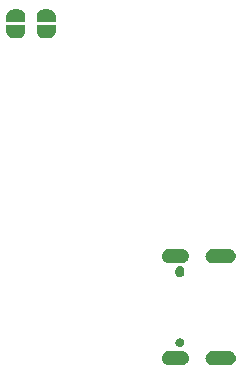
<source format=gbr>
G04 #@! TF.GenerationSoftware,KiCad,Pcbnew,(5.1.5-0-10_14)*
G04 #@! TF.CreationDate,2020-09-25T15:56:19+02:00*
G04 #@! TF.ProjectId,s1-popout-board,73312d70-6f70-46f7-9574-2d626f617264,2*
G04 #@! TF.SameCoordinates,Original*
G04 #@! TF.FileFunction,Soldermask,Bot*
G04 #@! TF.FilePolarity,Negative*
%FSLAX46Y46*%
G04 Gerber Fmt 4.6, Leading zero omitted, Abs format (unit mm)*
G04 Created by KiCad (PCBNEW (5.1.5-0-10_14)) date 2020-09-25 15:56:19*
%MOMM*%
%LPD*%
G04 APERTURE LIST*
%ADD10C,0.100000*%
G04 APERTURE END LIST*
D10*
G36*
X117369305Y-81750103D02*
G01*
X117454403Y-81775918D01*
X117487872Y-81786070D01*
X117487874Y-81786071D01*
X117597143Y-81844476D01*
X117692922Y-81923080D01*
X117771526Y-82018859D01*
X117829931Y-82128128D01*
X117865899Y-82246697D01*
X117878043Y-82370002D01*
X117865899Y-82493307D01*
X117829931Y-82611876D01*
X117771526Y-82721145D01*
X117692922Y-82816924D01*
X117597143Y-82895528D01*
X117487874Y-82953933D01*
X117487872Y-82953934D01*
X117454403Y-82964086D01*
X117369305Y-82989901D01*
X117276899Y-82999002D01*
X115915101Y-82999002D01*
X115822695Y-82989901D01*
X115737597Y-82964086D01*
X115704128Y-82953934D01*
X115704126Y-82953933D01*
X115594857Y-82895528D01*
X115499078Y-82816924D01*
X115420474Y-82721145D01*
X115362069Y-82611876D01*
X115326101Y-82493307D01*
X115313957Y-82370002D01*
X115326101Y-82246697D01*
X115362069Y-82128128D01*
X115420474Y-82018859D01*
X115499078Y-81923080D01*
X115594857Y-81844476D01*
X115704126Y-81786071D01*
X115704128Y-81786070D01*
X115737597Y-81775918D01*
X115822695Y-81750103D01*
X115915101Y-81741002D01*
X117276899Y-81741002D01*
X117369305Y-81750103D01*
G37*
G36*
X113394304Y-81750103D02*
G01*
X113479402Y-81775918D01*
X113512871Y-81786070D01*
X113512873Y-81786071D01*
X113622142Y-81844476D01*
X113717921Y-81923080D01*
X113796525Y-82018859D01*
X113854930Y-82128128D01*
X113890898Y-82246697D01*
X113903042Y-82370002D01*
X113890898Y-82493307D01*
X113854930Y-82611876D01*
X113796525Y-82721145D01*
X113717921Y-82816924D01*
X113622142Y-82895528D01*
X113512873Y-82953933D01*
X113512871Y-82953934D01*
X113479402Y-82964086D01*
X113394304Y-82989901D01*
X113301898Y-82999002D01*
X112240100Y-82999002D01*
X112147694Y-82989901D01*
X112062596Y-82964086D01*
X112029127Y-82953934D01*
X112029125Y-82953933D01*
X111919856Y-82895528D01*
X111824077Y-82816924D01*
X111745473Y-82721145D01*
X111687068Y-82611876D01*
X111651100Y-82493307D01*
X111638956Y-82370002D01*
X111651100Y-82246697D01*
X111687068Y-82128128D01*
X111745473Y-82018859D01*
X111824077Y-81923080D01*
X111919856Y-81844476D01*
X112029125Y-81786071D01*
X112029127Y-81786070D01*
X112062596Y-81775918D01*
X112147694Y-81750103D01*
X112240100Y-81741002D01*
X113301898Y-81741002D01*
X113394304Y-81750103D01*
G37*
G36*
X113263383Y-80689411D02*
G01*
X113331629Y-80717680D01*
X113393048Y-80758719D01*
X113445281Y-80810952D01*
X113486320Y-80872371D01*
X113514589Y-80940617D01*
X113529000Y-81013066D01*
X113529000Y-81086934D01*
X113514589Y-81159383D01*
X113486320Y-81227629D01*
X113445281Y-81289048D01*
X113393048Y-81341281D01*
X113331629Y-81382320D01*
X113331628Y-81382321D01*
X113331627Y-81382321D01*
X113263383Y-81410589D01*
X113190935Y-81425000D01*
X113117065Y-81425000D01*
X113044617Y-81410589D01*
X112976373Y-81382321D01*
X112976372Y-81382321D01*
X112976371Y-81382320D01*
X112914952Y-81341281D01*
X112862719Y-81289048D01*
X112821680Y-81227629D01*
X112793411Y-81159383D01*
X112779000Y-81086934D01*
X112779000Y-81013066D01*
X112793411Y-80940617D01*
X112821680Y-80872371D01*
X112862719Y-80810952D01*
X112914952Y-80758719D01*
X112976371Y-80717680D01*
X113044617Y-80689411D01*
X113117065Y-80675000D01*
X113190935Y-80675000D01*
X113263383Y-80689411D01*
G37*
G36*
X113227513Y-74580427D02*
G01*
X113298200Y-74601870D01*
X113298202Y-74601871D01*
X113363345Y-74636690D01*
X113363347Y-74636692D01*
X113420449Y-74683553D01*
X113467310Y-74740654D01*
X113502132Y-74805801D01*
X113523575Y-74876488D01*
X113529001Y-74931582D01*
X113529001Y-75168419D01*
X113523575Y-75223514D01*
X113502132Y-75294201D01*
X113467310Y-75359348D01*
X113420449Y-75416449D01*
X113363348Y-75463310D01*
X113363346Y-75463311D01*
X113363345Y-75463312D01*
X113298203Y-75498131D01*
X113298201Y-75498132D01*
X113227514Y-75519575D01*
X113154001Y-75526815D01*
X113080489Y-75519575D01*
X113009802Y-75498132D01*
X113009800Y-75498131D01*
X112944658Y-75463312D01*
X112944657Y-75463311D01*
X112944655Y-75463310D01*
X112887553Y-75416449D01*
X112840692Y-75359348D01*
X112840690Y-75359346D01*
X112805871Y-75294203D01*
X112784427Y-75223513D01*
X112779001Y-75168421D01*
X112779001Y-74931582D01*
X112784427Y-74876490D01*
X112784427Y-74876489D01*
X112805870Y-74805802D01*
X112805872Y-74805799D01*
X112840690Y-74740657D01*
X112848403Y-74731259D01*
X112887553Y-74683553D01*
X112944654Y-74636692D01*
X112944656Y-74636691D01*
X112944657Y-74636690D01*
X113009799Y-74601871D01*
X113009801Y-74601870D01*
X113080488Y-74580427D01*
X113154001Y-74573187D01*
X113227513Y-74580427D01*
G37*
G36*
X113394304Y-73110500D02*
G01*
X113479402Y-73136315D01*
X113512871Y-73146467D01*
X113512873Y-73146468D01*
X113622142Y-73204873D01*
X113717921Y-73283477D01*
X113796525Y-73379256D01*
X113854930Y-73488525D01*
X113890898Y-73607094D01*
X113903042Y-73730399D01*
X113890898Y-73853704D01*
X113865083Y-73938802D01*
X113855052Y-73971873D01*
X113854930Y-73972273D01*
X113796525Y-74081542D01*
X113717921Y-74177321D01*
X113622142Y-74255925D01*
X113513621Y-74313930D01*
X113512871Y-74314331D01*
X113479402Y-74324483D01*
X113394304Y-74350298D01*
X113301898Y-74359399D01*
X112240100Y-74359399D01*
X112147694Y-74350298D01*
X112062596Y-74324483D01*
X112029127Y-74314331D01*
X112028377Y-74313930D01*
X111919856Y-74255925D01*
X111824077Y-74177321D01*
X111745473Y-74081542D01*
X111687068Y-73972273D01*
X111686947Y-73971873D01*
X111676915Y-73938802D01*
X111651100Y-73853704D01*
X111638956Y-73730399D01*
X111651100Y-73607094D01*
X111687068Y-73488525D01*
X111745473Y-73379256D01*
X111824077Y-73283477D01*
X111919856Y-73204873D01*
X112029125Y-73146468D01*
X112029127Y-73146467D01*
X112062596Y-73136315D01*
X112147694Y-73110500D01*
X112240100Y-73101399D01*
X113301898Y-73101399D01*
X113394304Y-73110500D01*
G37*
G36*
X117369305Y-73110100D02*
G01*
X117454403Y-73135915D01*
X117487872Y-73146067D01*
X117487874Y-73146068D01*
X117597143Y-73204473D01*
X117692922Y-73283077D01*
X117771526Y-73378856D01*
X117829931Y-73488125D01*
X117829932Y-73488127D01*
X117830053Y-73488527D01*
X117865899Y-73606694D01*
X117878043Y-73729999D01*
X117865899Y-73853304D01*
X117829931Y-73971873D01*
X117771526Y-74081142D01*
X117692922Y-74176921D01*
X117597143Y-74255525D01*
X117487874Y-74313930D01*
X117487872Y-74313931D01*
X117454403Y-74324083D01*
X117369305Y-74349898D01*
X117276899Y-74358999D01*
X115915101Y-74358999D01*
X115822695Y-74349898D01*
X115737597Y-74324083D01*
X115704128Y-74313931D01*
X115704126Y-74313930D01*
X115594857Y-74255525D01*
X115499078Y-74176921D01*
X115420474Y-74081142D01*
X115362069Y-73971873D01*
X115326101Y-73853304D01*
X115313957Y-73729999D01*
X115326101Y-73606694D01*
X115361947Y-73488527D01*
X115362068Y-73488127D01*
X115362069Y-73488125D01*
X115420474Y-73378856D01*
X115499078Y-73283077D01*
X115594857Y-73204473D01*
X115704126Y-73146068D01*
X115704128Y-73146067D01*
X115737597Y-73135915D01*
X115822695Y-73110100D01*
X115915101Y-73100999D01*
X117276899Y-73100999D01*
X117369305Y-73110100D01*
G37*
G36*
X102585794Y-54160328D02*
G01*
X102589802Y-54160723D01*
X102599227Y-54163582D01*
X102607913Y-54168225D01*
X102615526Y-54174474D01*
X102621775Y-54182087D01*
X102626418Y-54190773D01*
X102629277Y-54200198D01*
X102629277Y-54200200D01*
X102630484Y-54212454D01*
X102630484Y-54707546D01*
X102628956Y-54723060D01*
X102628317Y-54726270D01*
X102628076Y-54731175D01*
X102628076Y-54756555D01*
X102626627Y-54771268D01*
X102608464Y-54862579D01*
X102607748Y-54864939D01*
X102607747Y-54864944D01*
X102604888Y-54874369D01*
X102604885Y-54874376D01*
X102604171Y-54876730D01*
X102568542Y-54962748D01*
X102567381Y-54964920D01*
X102567379Y-54964925D01*
X102562736Y-54973611D01*
X102561573Y-54975786D01*
X102509844Y-55053203D01*
X102508284Y-55055104D01*
X102508280Y-55055110D01*
X102504168Y-55060119D01*
X102500469Y-55064627D01*
X102434627Y-55130469D01*
X102430119Y-55134168D01*
X102425110Y-55138280D01*
X102425104Y-55138284D01*
X102423203Y-55139844D01*
X102345786Y-55191573D01*
X102343614Y-55192734D01*
X102343611Y-55192736D01*
X102334925Y-55197379D01*
X102334920Y-55197381D01*
X102332748Y-55198542D01*
X102246730Y-55234171D01*
X102244376Y-55234885D01*
X102244369Y-55234888D01*
X102234944Y-55237747D01*
X102234939Y-55237748D01*
X102232579Y-55238464D01*
X102141268Y-55256627D01*
X102126555Y-55258076D01*
X102101175Y-55258076D01*
X102091421Y-55259037D01*
X102090893Y-55259169D01*
X102089804Y-55259276D01*
X102089802Y-55259277D01*
X102082972Y-55259949D01*
X102077546Y-55260484D01*
X101582454Y-55260484D01*
X101572890Y-55259542D01*
X101570198Y-55259277D01*
X101570197Y-55259277D01*
X101566940Y-55258956D01*
X101563730Y-55258317D01*
X101558825Y-55258076D01*
X101533445Y-55258076D01*
X101518732Y-55256627D01*
X101427421Y-55238464D01*
X101425061Y-55237748D01*
X101425056Y-55237747D01*
X101415631Y-55234888D01*
X101415624Y-55234885D01*
X101413270Y-55234171D01*
X101327252Y-55198542D01*
X101325080Y-55197381D01*
X101325075Y-55197379D01*
X101316389Y-55192736D01*
X101316386Y-55192734D01*
X101314214Y-55191573D01*
X101236797Y-55139844D01*
X101234896Y-55138284D01*
X101234890Y-55138280D01*
X101229881Y-55134168D01*
X101225373Y-55130469D01*
X101159531Y-55064627D01*
X101155832Y-55060119D01*
X101151720Y-55055110D01*
X101151716Y-55055104D01*
X101150156Y-55053203D01*
X101098427Y-54975786D01*
X101097264Y-54973611D01*
X101092621Y-54964925D01*
X101092619Y-54964920D01*
X101091458Y-54962748D01*
X101055829Y-54876730D01*
X101055115Y-54874376D01*
X101055112Y-54874369D01*
X101052253Y-54864944D01*
X101052252Y-54864939D01*
X101051536Y-54862579D01*
X101033373Y-54771268D01*
X101031924Y-54756555D01*
X101031924Y-54731175D01*
X101030963Y-54721421D01*
X101030831Y-54720893D01*
X101030724Y-54719804D01*
X101030723Y-54719802D01*
X101029758Y-54710000D01*
X101029516Y-54707546D01*
X101029516Y-54212454D01*
X101030723Y-54200200D01*
X101030723Y-54200198D01*
X101033582Y-54190773D01*
X101038225Y-54182087D01*
X101044474Y-54174474D01*
X101052087Y-54168225D01*
X101060773Y-54163582D01*
X101070198Y-54160723D01*
X101074206Y-54160328D01*
X101082454Y-54159516D01*
X102577546Y-54159516D01*
X102585794Y-54160328D01*
G37*
G36*
X100015794Y-54160328D02*
G01*
X100019802Y-54160723D01*
X100029227Y-54163582D01*
X100037913Y-54168225D01*
X100045526Y-54174474D01*
X100051775Y-54182087D01*
X100056418Y-54190773D01*
X100059277Y-54200198D01*
X100059277Y-54200200D01*
X100060484Y-54212454D01*
X100060484Y-54707546D01*
X100058956Y-54723060D01*
X100058317Y-54726270D01*
X100058076Y-54731175D01*
X100058076Y-54756555D01*
X100056627Y-54771268D01*
X100038464Y-54862579D01*
X100037748Y-54864939D01*
X100037747Y-54864944D01*
X100034888Y-54874369D01*
X100034885Y-54874376D01*
X100034171Y-54876730D01*
X99998542Y-54962748D01*
X99997381Y-54964920D01*
X99997379Y-54964925D01*
X99992736Y-54973611D01*
X99991573Y-54975786D01*
X99939844Y-55053203D01*
X99938284Y-55055104D01*
X99938280Y-55055110D01*
X99934168Y-55060119D01*
X99930469Y-55064627D01*
X99864627Y-55130469D01*
X99860119Y-55134168D01*
X99855110Y-55138280D01*
X99855104Y-55138284D01*
X99853203Y-55139844D01*
X99775786Y-55191573D01*
X99773614Y-55192734D01*
X99773611Y-55192736D01*
X99764925Y-55197379D01*
X99764920Y-55197381D01*
X99762748Y-55198542D01*
X99676730Y-55234171D01*
X99674376Y-55234885D01*
X99674369Y-55234888D01*
X99664944Y-55237747D01*
X99664939Y-55237748D01*
X99662579Y-55238464D01*
X99571268Y-55256627D01*
X99556555Y-55258076D01*
X99531175Y-55258076D01*
X99521421Y-55259037D01*
X99520893Y-55259169D01*
X99519804Y-55259276D01*
X99519802Y-55259277D01*
X99512972Y-55259949D01*
X99507546Y-55260484D01*
X99012454Y-55260484D01*
X99002890Y-55259542D01*
X99000198Y-55259277D01*
X99000197Y-55259277D01*
X98996940Y-55258956D01*
X98993730Y-55258317D01*
X98988825Y-55258076D01*
X98963445Y-55258076D01*
X98948732Y-55256627D01*
X98857421Y-55238464D01*
X98855061Y-55237748D01*
X98855056Y-55237747D01*
X98845631Y-55234888D01*
X98845624Y-55234885D01*
X98843270Y-55234171D01*
X98757252Y-55198542D01*
X98755080Y-55197381D01*
X98755075Y-55197379D01*
X98746389Y-55192736D01*
X98746386Y-55192734D01*
X98744214Y-55191573D01*
X98666797Y-55139844D01*
X98664896Y-55138284D01*
X98664890Y-55138280D01*
X98659881Y-55134168D01*
X98655373Y-55130469D01*
X98589531Y-55064627D01*
X98585832Y-55060119D01*
X98581720Y-55055110D01*
X98581716Y-55055104D01*
X98580156Y-55053203D01*
X98528427Y-54975786D01*
X98527264Y-54973611D01*
X98522621Y-54964925D01*
X98522619Y-54964920D01*
X98521458Y-54962748D01*
X98485829Y-54876730D01*
X98485115Y-54874376D01*
X98485112Y-54874369D01*
X98482253Y-54864944D01*
X98482252Y-54864939D01*
X98481536Y-54862579D01*
X98463373Y-54771268D01*
X98461924Y-54756555D01*
X98461924Y-54731175D01*
X98460963Y-54721421D01*
X98460831Y-54720893D01*
X98460724Y-54719804D01*
X98460723Y-54719802D01*
X98459758Y-54710000D01*
X98459516Y-54707546D01*
X98459516Y-54212454D01*
X98460723Y-54200200D01*
X98460723Y-54200198D01*
X98463582Y-54190773D01*
X98468225Y-54182087D01*
X98474474Y-54174474D01*
X98482087Y-54168225D01*
X98490773Y-54163582D01*
X98500198Y-54160723D01*
X98504206Y-54160328D01*
X98512454Y-54159516D01*
X100007546Y-54159516D01*
X100015794Y-54160328D01*
G37*
G36*
X102087110Y-52860458D02*
G01*
X102089802Y-52860723D01*
X102089803Y-52860723D01*
X102093060Y-52861044D01*
X102096270Y-52861683D01*
X102101175Y-52861924D01*
X102126555Y-52861924D01*
X102141268Y-52863373D01*
X102232579Y-52881536D01*
X102234939Y-52882252D01*
X102234944Y-52882253D01*
X102244369Y-52885112D01*
X102244376Y-52885115D01*
X102246730Y-52885829D01*
X102332748Y-52921458D01*
X102334920Y-52922619D01*
X102334925Y-52922621D01*
X102343611Y-52927264D01*
X102343614Y-52927266D01*
X102345786Y-52928427D01*
X102423203Y-52980156D01*
X102425104Y-52981716D01*
X102425110Y-52981720D01*
X102430119Y-52985832D01*
X102434627Y-52989531D01*
X102500469Y-53055373D01*
X102502031Y-53057277D01*
X102508280Y-53064890D01*
X102508284Y-53064896D01*
X102509844Y-53066797D01*
X102561573Y-53144214D01*
X102562734Y-53146386D01*
X102562736Y-53146389D01*
X102567379Y-53155075D01*
X102567381Y-53155080D01*
X102568542Y-53157252D01*
X102604171Y-53243270D01*
X102604885Y-53245624D01*
X102604888Y-53245631D01*
X102607747Y-53255056D01*
X102608464Y-53257421D01*
X102626627Y-53348732D01*
X102628076Y-53363445D01*
X102628076Y-53388825D01*
X102629037Y-53398579D01*
X102629169Y-53399107D01*
X102629276Y-53400196D01*
X102629277Y-53400198D01*
X102629949Y-53407028D01*
X102630484Y-53412454D01*
X102630484Y-53907546D01*
X102630242Y-53910000D01*
X102629277Y-53919802D01*
X102626418Y-53929227D01*
X102621775Y-53937913D01*
X102615526Y-53945526D01*
X102607913Y-53951775D01*
X102599227Y-53956418D01*
X102589802Y-53959277D01*
X102585794Y-53959672D01*
X102577546Y-53960484D01*
X101082454Y-53960484D01*
X101074206Y-53959672D01*
X101070198Y-53959277D01*
X101060773Y-53956418D01*
X101052087Y-53951775D01*
X101044474Y-53945526D01*
X101038225Y-53937913D01*
X101033582Y-53929227D01*
X101030723Y-53919802D01*
X101029758Y-53910000D01*
X101029516Y-53907546D01*
X101029516Y-53412454D01*
X101031044Y-53396940D01*
X101031683Y-53393730D01*
X101031924Y-53388825D01*
X101031924Y-53363445D01*
X101033373Y-53348732D01*
X101051536Y-53257421D01*
X101052253Y-53255056D01*
X101055112Y-53245631D01*
X101055115Y-53245624D01*
X101055829Y-53243270D01*
X101091458Y-53157252D01*
X101092619Y-53155080D01*
X101092621Y-53155075D01*
X101097264Y-53146389D01*
X101097266Y-53146386D01*
X101098427Y-53144214D01*
X101150156Y-53066797D01*
X101151716Y-53064896D01*
X101151720Y-53064890D01*
X101157969Y-53057277D01*
X101159531Y-53055373D01*
X101225373Y-52989531D01*
X101229881Y-52985832D01*
X101234890Y-52981720D01*
X101234896Y-52981716D01*
X101236797Y-52980156D01*
X101314214Y-52928427D01*
X101316386Y-52927266D01*
X101316389Y-52927264D01*
X101325075Y-52922621D01*
X101325080Y-52922619D01*
X101327252Y-52921458D01*
X101413270Y-52885829D01*
X101415624Y-52885115D01*
X101415631Y-52885112D01*
X101425056Y-52882253D01*
X101425061Y-52882252D01*
X101427421Y-52881536D01*
X101518732Y-52863373D01*
X101533445Y-52861924D01*
X101558825Y-52861924D01*
X101568579Y-52860963D01*
X101569107Y-52860831D01*
X101570196Y-52860724D01*
X101570198Y-52860723D01*
X101577028Y-52860051D01*
X101582454Y-52859516D01*
X102077546Y-52859516D01*
X102087110Y-52860458D01*
G37*
G36*
X99517110Y-52860458D02*
G01*
X99519802Y-52860723D01*
X99519803Y-52860723D01*
X99523060Y-52861044D01*
X99526270Y-52861683D01*
X99531175Y-52861924D01*
X99556555Y-52861924D01*
X99571268Y-52863373D01*
X99662579Y-52881536D01*
X99664939Y-52882252D01*
X99664944Y-52882253D01*
X99674369Y-52885112D01*
X99674376Y-52885115D01*
X99676730Y-52885829D01*
X99762748Y-52921458D01*
X99764920Y-52922619D01*
X99764925Y-52922621D01*
X99773611Y-52927264D01*
X99773614Y-52927266D01*
X99775786Y-52928427D01*
X99853203Y-52980156D01*
X99855104Y-52981716D01*
X99855110Y-52981720D01*
X99860119Y-52985832D01*
X99864627Y-52989531D01*
X99930469Y-53055373D01*
X99932031Y-53057277D01*
X99938280Y-53064890D01*
X99938284Y-53064896D01*
X99939844Y-53066797D01*
X99991573Y-53144214D01*
X99992734Y-53146386D01*
X99992736Y-53146389D01*
X99997379Y-53155075D01*
X99997381Y-53155080D01*
X99998542Y-53157252D01*
X100034171Y-53243270D01*
X100034885Y-53245624D01*
X100034888Y-53245631D01*
X100037747Y-53255056D01*
X100038464Y-53257421D01*
X100056627Y-53348732D01*
X100058076Y-53363445D01*
X100058076Y-53388825D01*
X100059037Y-53398579D01*
X100059169Y-53399107D01*
X100059276Y-53400196D01*
X100059277Y-53400198D01*
X100059949Y-53407028D01*
X100060484Y-53412454D01*
X100060484Y-53907546D01*
X100060242Y-53910000D01*
X100059277Y-53919802D01*
X100056418Y-53929227D01*
X100051775Y-53937913D01*
X100045526Y-53945526D01*
X100037913Y-53951775D01*
X100029227Y-53956418D01*
X100019802Y-53959277D01*
X100015794Y-53959672D01*
X100007546Y-53960484D01*
X98512454Y-53960484D01*
X98504206Y-53959672D01*
X98500198Y-53959277D01*
X98490773Y-53956418D01*
X98482087Y-53951775D01*
X98474474Y-53945526D01*
X98468225Y-53937913D01*
X98463582Y-53929227D01*
X98460723Y-53919802D01*
X98459758Y-53910000D01*
X98459516Y-53907546D01*
X98459516Y-53412454D01*
X98461044Y-53396940D01*
X98461683Y-53393730D01*
X98461924Y-53388825D01*
X98461924Y-53363445D01*
X98463373Y-53348732D01*
X98481536Y-53257421D01*
X98482253Y-53255056D01*
X98485112Y-53245631D01*
X98485115Y-53245624D01*
X98485829Y-53243270D01*
X98521458Y-53157252D01*
X98522619Y-53155080D01*
X98522621Y-53155075D01*
X98527264Y-53146389D01*
X98527266Y-53146386D01*
X98528427Y-53144214D01*
X98580156Y-53066797D01*
X98581716Y-53064896D01*
X98581720Y-53064890D01*
X98587969Y-53057277D01*
X98589531Y-53055373D01*
X98655373Y-52989531D01*
X98659881Y-52985832D01*
X98664890Y-52981720D01*
X98664896Y-52981716D01*
X98666797Y-52980156D01*
X98744214Y-52928427D01*
X98746386Y-52927266D01*
X98746389Y-52927264D01*
X98755075Y-52922621D01*
X98755080Y-52922619D01*
X98757252Y-52921458D01*
X98843270Y-52885829D01*
X98845624Y-52885115D01*
X98845631Y-52885112D01*
X98855056Y-52882253D01*
X98855061Y-52882252D01*
X98857421Y-52881536D01*
X98948732Y-52863373D01*
X98963445Y-52861924D01*
X98988825Y-52861924D01*
X98998579Y-52860963D01*
X98999107Y-52860831D01*
X99000196Y-52860724D01*
X99000198Y-52860723D01*
X99007028Y-52860051D01*
X99012454Y-52859516D01*
X99507546Y-52859516D01*
X99517110Y-52860458D01*
G37*
M02*

</source>
